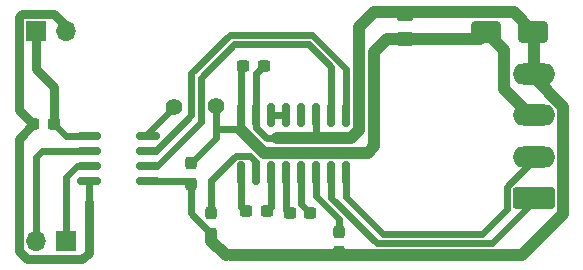
<source format=gbr>
%TF.GenerationSoftware,KiCad,Pcbnew,8.0.2*%
%TF.CreationDate,2024-12-11T15:18:32+01:00*%
%TF.ProjectId,rsr232-iso,72737232-3332-42d6-9973-6f2e6b696361,rev?*%
%TF.SameCoordinates,Original*%
%TF.FileFunction,Copper,L1,Top*%
%TF.FilePolarity,Positive*%
%FSLAX46Y46*%
G04 Gerber Fmt 4.6, Leading zero omitted, Abs format (unit mm)*
G04 Created by KiCad (PCBNEW 8.0.2) date 2024-12-11 15:18:32*
%MOMM*%
%LPD*%
G01*
G04 APERTURE LIST*
G04 Aperture macros list*
%AMRoundRect*
0 Rectangle with rounded corners*
0 $1 Rounding radius*
0 $2 $3 $4 $5 $6 $7 $8 $9 X,Y pos of 4 corners*
0 Add a 4 corners polygon primitive as box body*
4,1,4,$2,$3,$4,$5,$6,$7,$8,$9,$2,$3,0*
0 Add four circle primitives for the rounded corners*
1,1,$1+$1,$2,$3*
1,1,$1+$1,$4,$5*
1,1,$1+$1,$6,$7*
1,1,$1+$1,$8,$9*
0 Add four rect primitives between the rounded corners*
20,1,$1+$1,$2,$3,$4,$5,0*
20,1,$1+$1,$4,$5,$6,$7,0*
20,1,$1+$1,$6,$7,$8,$9,0*
20,1,$1+$1,$8,$9,$2,$3,0*%
G04 Aperture macros list end*
%TA.AperFunction,SMDPad,CuDef*%
%ADD10RoundRect,0.150000X0.150000X-0.825000X0.150000X0.825000X-0.150000X0.825000X-0.150000X-0.825000X0*%
%TD*%
%TA.AperFunction,SMDPad,CuDef*%
%ADD11RoundRect,0.250000X-1.000000X-0.650000X1.000000X-0.650000X1.000000X0.650000X-1.000000X0.650000X0*%
%TD*%
%TA.AperFunction,SMDPad,CuDef*%
%ADD12RoundRect,0.237500X-0.300000X-0.237500X0.300000X-0.237500X0.300000X0.237500X-0.300000X0.237500X0*%
%TD*%
%TA.AperFunction,SMDPad,CuDef*%
%ADD13RoundRect,0.237500X0.237500X-0.300000X0.237500X0.300000X-0.237500X0.300000X-0.237500X-0.300000X0*%
%TD*%
%TA.AperFunction,SMDPad,CuDef*%
%ADD14RoundRect,0.237500X-0.237500X0.300000X-0.237500X-0.300000X0.237500X-0.300000X0.237500X0.300000X0*%
%TD*%
%TA.AperFunction,SMDPad,CuDef*%
%ADD15RoundRect,0.250000X0.475000X-0.337500X0.475000X0.337500X-0.475000X0.337500X-0.475000X-0.337500X0*%
%TD*%
%TA.AperFunction,SMDPad,CuDef*%
%ADD16RoundRect,0.150000X-0.825000X-0.150000X0.825000X-0.150000X0.825000X0.150000X-0.825000X0.150000X0*%
%TD*%
%TA.AperFunction,ComponentPad*%
%ADD17RoundRect,0.250000X1.550000X-0.650000X1.550000X0.650000X-1.550000X0.650000X-1.550000X-0.650000X0*%
%TD*%
%TA.AperFunction,ComponentPad*%
%ADD18O,3.600000X1.800000*%
%TD*%
%TA.AperFunction,ComponentPad*%
%ADD19R,1.700000X1.700000*%
%TD*%
%TA.AperFunction,ComponentPad*%
%ADD20O,1.700000X1.700000*%
%TD*%
%TA.AperFunction,ViaPad*%
%ADD21C,1.400000*%
%TD*%
%TA.AperFunction,Conductor*%
%ADD22C,1.000000*%
%TD*%
%TA.AperFunction,Conductor*%
%ADD23C,0.600000*%
%TD*%
%TA.AperFunction,Conductor*%
%ADD24C,0.800000*%
%TD*%
G04 APERTURE END LIST*
D10*
%TO.P,U1,1,C1+*%
%TO.N,Net-(U1-C1+)*%
X145669000Y-121474000D03*
%TO.P,U1,2,VS+*%
%TO.N,Net-(U1-VS+)*%
X146939000Y-121474000D03*
%TO.P,U1,3,C1-*%
%TO.N,Net-(U1-C1-)*%
X148209000Y-121474000D03*
%TO.P,U1,4,C2+*%
%TO.N,Net-(U1-C2+)*%
X149479000Y-121474000D03*
%TO.P,U1,5,C2-*%
%TO.N,Net-(U1-C2-)*%
X150749000Y-121474000D03*
%TO.P,U1,6,VS-*%
%TO.N,Net-(U1-VS-)*%
X152019000Y-121474000D03*
%TO.P,U1,7,T2OUT*%
%TO.N,/RS232tx*%
X153289000Y-121474000D03*
%TO.P,U1,8,R2IN*%
%TO.N,/RS232rx*%
X154559000Y-121474000D03*
%TO.P,U1,9,R2OUT*%
%TO.N,Net-(U1-R2OUT)*%
X154559000Y-116524000D03*
%TO.P,U1,10,T2IN*%
%TO.N,Net-(U1-T2IN)*%
X153289000Y-116524000D03*
%TO.P,U1,11,T1IN*%
%TO.N,GND*%
X152019000Y-116524000D03*
%TO.P,U1,12,R1OUT*%
%TO.N,unconnected-(U1-R1OUT-Pad12)*%
X150749000Y-116524000D03*
%TO.P,U1,13,R1IN*%
%TO.N,Net-(U1-R1IN)*%
X149479000Y-116524000D03*
%TO.P,U1,14,T1OUT*%
X148209000Y-116524000D03*
%TO.P,U1,15,GND*%
%TO.N,GND*%
X146939000Y-116524000D03*
%TO.P,U1,16,VCC*%
%TO.N,+5V*%
X145669000Y-116524000D03*
%TD*%
D11*
%TO.P,D1,1,A1*%
%TO.N,+5V*%
X166402000Y-109524800D03*
%TO.P,D1,2,A2*%
%TO.N,GND*%
X170402000Y-109524800D03*
%TD*%
D12*
%TO.P,C1,1*%
%TO.N,+5V*%
X145822500Y-112369600D03*
%TO.P,C1,2*%
%TO.N,GND*%
X147547500Y-112369600D03*
%TD*%
D13*
%TO.P,C4,1*%
%TO.N,GND*%
X143103600Y-126592500D03*
%TO.P,C4,2*%
%TO.N,Net-(U1-VS+)*%
X143103600Y-124867500D03*
%TD*%
D14*
%TO.P,C6,1*%
%TO.N,Net-(U1-VS-)*%
X153924000Y-126442300D03*
%TO.P,C6,2*%
%TO.N,GND*%
X153924000Y-128167300D03*
%TD*%
D12*
%TO.P,C2,1*%
%TO.N,Net-(U1-C1+)*%
X146076500Y-124714000D03*
%TO.P,C2,2*%
%TO.N,Net-(U1-C1-)*%
X147801500Y-124714000D03*
%TD*%
D15*
%TO.P,C5,1*%
%TO.N,+5V*%
X159512000Y-110105100D03*
%TO.P,C5,2*%
%TO.N,GND*%
X159512000Y-108030100D03*
%TD*%
D12*
%TO.P,C3,1*%
%TO.N,Net-(U1-C2+)*%
X149759500Y-124841000D03*
%TO.P,C3,2*%
%TO.N,Net-(U1-C2-)*%
X151484500Y-124841000D03*
%TD*%
%TO.P,C7,1*%
%TO.N,GNDD*%
X128067900Y-117348000D03*
%TO.P,C7,2*%
%TO.N,+3.3V*%
X129792900Y-117348000D03*
%TD*%
D14*
%TO.P,C8,1*%
%TO.N,+5V*%
X141376400Y-120651100D03*
%TO.P,C8,2*%
%TO.N,GND*%
X141376400Y-122376100D03*
%TD*%
D16*
%TO.P,U2,1,VDD1*%
%TO.N,+3.3V*%
X132805400Y-118338600D03*
%TO.P,U2,2,VOA*%
%TO.N,/RX*%
X132805400Y-119608600D03*
%TO.P,U2,3,VIB*%
%TO.N,/TX*%
X132805400Y-120878600D03*
%TO.P,U2,4,GND1*%
%TO.N,GNDD*%
X132805400Y-122148600D03*
%TO.P,U2,5,GND2*%
%TO.N,GND*%
X137755400Y-122148600D03*
%TO.P,U2,6,VOB*%
%TO.N,Net-(U1-T2IN)*%
X137755400Y-120878600D03*
%TO.P,U2,7,VIA*%
%TO.N,Net-(U1-R2OUT)*%
X137755400Y-119608600D03*
%TO.P,U2,8,VDD2*%
%TO.N,+5V*%
X137755400Y-118338600D03*
%TD*%
D17*
%TO.P,J1,1,Pin_1*%
%TO.N,/RS232tx*%
X170426500Y-123577300D03*
D18*
%TO.P,J1,2,Pin_2*%
%TO.N,/RS232rx*%
X170426500Y-120077300D03*
%TO.P,J1,3,Pin_3*%
%TO.N,+5V*%
X170426500Y-116577300D03*
%TO.P,J1,4,Pin_4*%
%TO.N,GND*%
X170426500Y-113077300D03*
%TD*%
D19*
%TO.P,J2,1,Pin_1*%
%TO.N,+3.3V*%
X128260000Y-109455000D03*
D20*
%TO.P,J2,2,Pin_2*%
%TO.N,GNDD*%
X130800000Y-109455000D03*
%TD*%
D19*
%TO.P,J3,1,Pin_1*%
%TO.N,/TX*%
X130810000Y-127235000D03*
D20*
%TO.P,J3,2,Pin_2*%
%TO.N,/RX*%
X128270000Y-127235000D03*
%TD*%
D21*
%TO.N,+5V*%
X143560800Y-115773200D03*
X139954000Y-115874800D03*
%TD*%
D22*
%TO.N,+5V*%
X145669000Y-117779800D02*
X147624800Y-119735600D01*
X147624800Y-119735600D02*
X156362400Y-119735600D01*
X156362400Y-119735600D02*
X156900000Y-119198000D01*
X156900000Y-119198000D02*
X156900000Y-111193100D01*
X156900000Y-111193100D02*
X157988000Y-110105100D01*
X157988000Y-110105100D02*
X159512000Y-110105100D01*
%TO.N,GND*%
X151993600Y-118535600D02*
X154934470Y-118535600D01*
X154934470Y-118535600D02*
X155659000Y-117811070D01*
X155659000Y-117811070D02*
X155659000Y-109059800D01*
X155659000Y-109059800D02*
X156874000Y-107844800D01*
X156874000Y-107844800D02*
X168722000Y-107844800D01*
X168722000Y-107844800D02*
X170402000Y-109524800D01*
D23*
%TO.N,+5V*%
X145643600Y-117754400D02*
X145669000Y-117779800D01*
D22*
X167926500Y-111049300D02*
X166402000Y-109524800D01*
D23*
X145669000Y-115468400D02*
X145669000Y-116524000D01*
X141376400Y-120651100D02*
X143560800Y-118466700D01*
X145669000Y-112523100D02*
X145669000Y-115468400D01*
X143560800Y-117754400D02*
X145643600Y-117754400D01*
D22*
X170426500Y-116850500D02*
X167926500Y-114350500D01*
X165843200Y-110083600D02*
X159533500Y-110083600D01*
D23*
X137755400Y-118073400D02*
X139954000Y-115874800D01*
D22*
X166402000Y-109524800D02*
X165843200Y-110083600D01*
D23*
X143560800Y-117754400D02*
X143560800Y-115773200D01*
X143560800Y-118466700D02*
X143560800Y-117754400D01*
X137755400Y-118338600D02*
X137755400Y-118073400D01*
D22*
X167926500Y-114350500D02*
X167926500Y-111049300D01*
D23*
%TO.N,GND*%
X141376400Y-124865300D02*
X143103600Y-126592500D01*
D22*
X144830800Y-128422400D02*
X169405030Y-128422400D01*
X170426500Y-113350500D02*
X172926500Y-115850500D01*
X172926500Y-115850500D02*
X172926500Y-124900930D01*
D23*
X146939000Y-117635586D02*
X147839014Y-118535600D01*
D22*
X144334694Y-128422400D02*
X143103600Y-127191306D01*
X170426500Y-113350500D02*
X170426500Y-109549300D01*
X172926500Y-124900930D02*
X169405030Y-128422400D01*
D23*
X141376400Y-122376100D02*
X141376400Y-124865300D01*
D22*
X143103600Y-127191306D02*
X143103600Y-126592500D01*
D23*
X146939000Y-116524000D02*
X146939000Y-112978100D01*
X141148900Y-122148600D02*
X141376400Y-122376100D01*
X152019000Y-116524000D02*
X152019000Y-118510200D01*
D22*
X151993600Y-118535600D02*
X148691600Y-118535600D01*
D23*
X146939000Y-112978100D02*
X147547500Y-112369600D01*
X137755400Y-122148600D02*
X141148900Y-122148600D01*
X147839014Y-118535600D02*
X148691600Y-118535600D01*
X146939000Y-116524000D02*
X146939000Y-117635586D01*
X152019000Y-118510200D02*
X151993600Y-118535600D01*
%TO.N,Net-(U1-C1-)*%
X148209000Y-121474000D02*
X148209000Y-124306500D01*
X148209000Y-124306500D02*
X147801500Y-124714000D01*
%TO.N,Net-(U1-C1+)*%
X145669000Y-121474000D02*
X145669000Y-124306500D01*
X145669000Y-124306500D02*
X146076500Y-124714000D01*
%TO.N,Net-(U1-C2+)*%
X149479000Y-124560500D02*
X149759500Y-124841000D01*
X149479000Y-121474000D02*
X149479000Y-124560500D01*
%TO.N,Net-(U1-C2-)*%
X150749000Y-124105500D02*
X151484500Y-124841000D01*
X150749000Y-121474000D02*
X150749000Y-124105500D01*
%TO.N,Net-(U1-VS+)*%
X145177000Y-119999000D02*
X143103600Y-122072400D01*
X143103600Y-122072400D02*
X143103600Y-124867500D01*
X146939000Y-120499001D02*
X146438999Y-119999000D01*
X146438999Y-119999000D02*
X145177000Y-119999000D01*
X146939000Y-121474000D02*
X146939000Y-120499001D01*
%TO.N,Net-(U1-VS-)*%
X153924000Y-125322500D02*
X153924000Y-126442300D01*
X152019000Y-123417500D02*
X153924000Y-125322500D01*
X152019000Y-121474000D02*
X152019000Y-123417500D01*
D24*
%TO.N,GNDD*%
X130800000Y-109455000D02*
X130800000Y-109004800D01*
X127508000Y-128727200D02*
X132217800Y-128727200D01*
X128067900Y-117348000D02*
X126820000Y-118595900D01*
X126810000Y-116090100D02*
X128067900Y-117348000D01*
X126820000Y-118595900D02*
X126820000Y-128039200D01*
D23*
X132805400Y-122148600D02*
X132805400Y-123887000D01*
D24*
X126820000Y-128039200D02*
X127508000Y-128727200D01*
D23*
X132805400Y-123887000D02*
X132740400Y-123952000D01*
D24*
X129800200Y-108005000D02*
X127097400Y-108005000D01*
X132740400Y-128204600D02*
X132740400Y-123952000D01*
X126810000Y-108292400D02*
X126810000Y-116090100D01*
X130800000Y-109004800D02*
X129800200Y-108005000D01*
X127097400Y-108005000D02*
X126810000Y-108292400D01*
X132217800Y-128727200D02*
X132740400Y-128204600D01*
D23*
%TO.N,+3.3V*%
X132805400Y-118338600D02*
X130783500Y-118338600D01*
D24*
X128260000Y-109455000D02*
X128260000Y-112613600D01*
X128260000Y-112613600D02*
X129792900Y-114146500D01*
D23*
X130783500Y-118338600D02*
X129792900Y-117348000D01*
D24*
X129792900Y-114146500D02*
X129792900Y-117348000D01*
D23*
%TO.N,/RS232tx*%
X157155270Y-127422400D02*
X166854600Y-127422400D01*
X153289000Y-121474000D02*
X153289000Y-123556130D01*
X166854600Y-127422400D02*
X170426500Y-123850500D01*
X153289000Y-123556130D02*
X157155270Y-127422400D01*
%TO.N,/RS232rx*%
X168126500Y-122609712D02*
X170426500Y-120309712D01*
X168126500Y-124544888D02*
X168126500Y-122609712D01*
X154559000Y-121474000D02*
X154559000Y-123506430D01*
X157674970Y-126622400D02*
X166048988Y-126622400D01*
X154559000Y-123506430D02*
X157674970Y-126622400D01*
X166048988Y-126622400D02*
X168126500Y-124544888D01*
%TO.N,/TX*%
X131749800Y-120878600D02*
X130810000Y-121818400D01*
X130810000Y-121818400D02*
X130810000Y-127235000D01*
X132805400Y-120878600D02*
X131749800Y-120878600D01*
%TO.N,/RX*%
X128752600Y-119608600D02*
X128270000Y-120091200D01*
X128270000Y-120091200D02*
X128270000Y-127235000D01*
X132805400Y-119608600D02*
X128752600Y-119608600D01*
%TO.N,Net-(U1-R1IN)*%
X148209000Y-116524000D02*
X149479000Y-116524000D01*
%TO.N,Net-(U1-T2IN)*%
X151357430Y-110578800D02*
X145046800Y-110578800D01*
X153289000Y-112510370D02*
X151357430Y-110578800D01*
X142227200Y-113398400D02*
X142227200Y-117157600D01*
X142227200Y-117157600D02*
X138506200Y-120878600D01*
X153289000Y-116524000D02*
X153289000Y-112510370D01*
X145046800Y-110578800D02*
X142227200Y-113398400D01*
X138506200Y-120878600D02*
X137755400Y-120878600D01*
%TO.N,Net-(U1-R2OUT)*%
X144678400Y-109778800D02*
X141427200Y-113030000D01*
X154559000Y-112649000D02*
X151688800Y-109778800D01*
X154559000Y-116524000D02*
X154559000Y-112649000D01*
X141427200Y-116586000D02*
X138404600Y-119608600D01*
X151688800Y-109778800D02*
X144678400Y-109778800D01*
X141427200Y-113030000D02*
X141427200Y-116586000D01*
%TD*%
M02*

</source>
